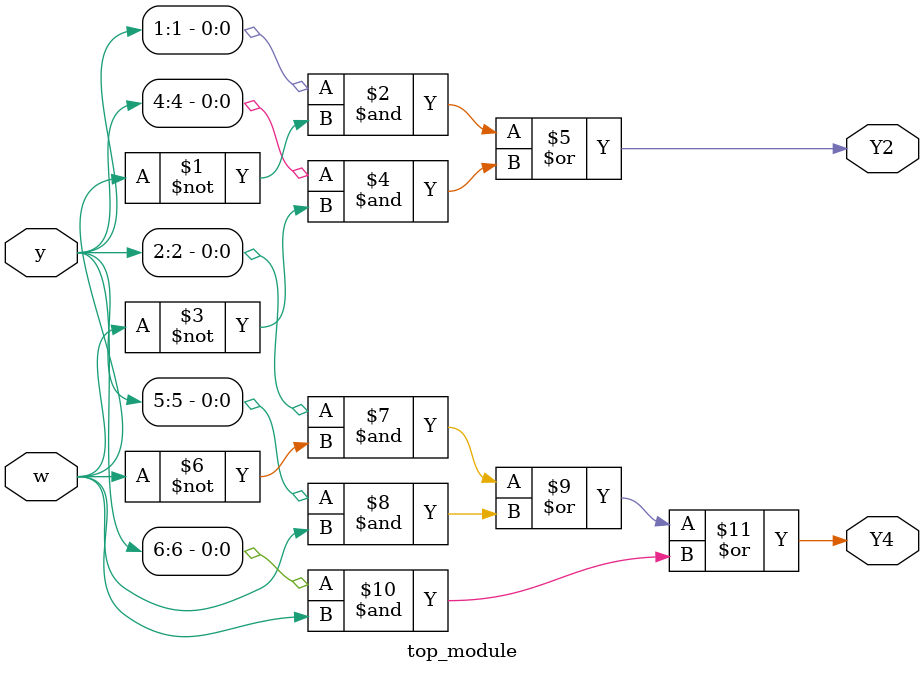
<source format=sv>
module top_module (
    input [6:1] y,
    input w,
    output Y2,
    output Y4
);

// Next-state logic for y[2] (state B or D)
assign Y2 = (y[1] & ~w) | (y[4] & ~w);

// Next-state logic for y[4] (state C or E or F)
assign Y4 = (y[2] & ~w) | (y[5] & w) | (y[6] & w);

endmodule

</source>
